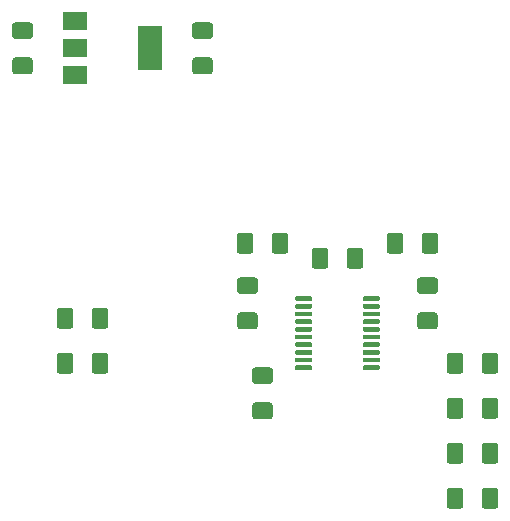
<source format=gbr>
%TF.GenerationSoftware,KiCad,Pcbnew,(5.1.6)-1*%
%TF.CreationDate,2020-11-10T02:08:11+03:00*%
%TF.ProjectId,dac-001s,6461632d-3030-4317-932e-6b696361645f,rev?*%
%TF.SameCoordinates,Original*%
%TF.FileFunction,Paste,Top*%
%TF.FilePolarity,Positive*%
%FSLAX46Y46*%
G04 Gerber Fmt 4.6, Leading zero omitted, Abs format (unit mm)*
G04 Created by KiCad (PCBNEW (5.1.6)-1) date 2020-11-10 02:08:11*
%MOMM*%
%LPD*%
G01*
G04 APERTURE LIST*
%ADD10R,2.000000X1.500000*%
%ADD11R,2.000000X3.800000*%
G04 APERTURE END LIST*
%TO.C,R6*%
G36*
G01*
X137655000Y-76845000D02*
X137655000Y-78095000D01*
G75*
G02*
X137405000Y-78345000I-250000J0D01*
G01*
X136480000Y-78345000D01*
G75*
G02*
X136230000Y-78095000I0J250000D01*
G01*
X136230000Y-76845000D01*
G75*
G02*
X136480000Y-76595000I250000J0D01*
G01*
X137405000Y-76595000D01*
G75*
G02*
X137655000Y-76845000I0J-250000D01*
G01*
G37*
G36*
G01*
X140630000Y-76845000D02*
X140630000Y-78095000D01*
G75*
G02*
X140380000Y-78345000I-250000J0D01*
G01*
X139455000Y-78345000D01*
G75*
G02*
X139205000Y-78095000I0J250000D01*
G01*
X139205000Y-76845000D01*
G75*
G02*
X139455000Y-76595000I250000J0D01*
G01*
X140380000Y-76595000D01*
G75*
G02*
X140630000Y-76845000I0J-250000D01*
G01*
G37*
%TD*%
%TO.C,R4*%
G36*
G01*
X137655000Y-73035000D02*
X137655000Y-74285000D01*
G75*
G02*
X137405000Y-74535000I-250000J0D01*
G01*
X136480000Y-74535000D01*
G75*
G02*
X136230000Y-74285000I0J250000D01*
G01*
X136230000Y-73035000D01*
G75*
G02*
X136480000Y-72785000I250000J0D01*
G01*
X137405000Y-72785000D01*
G75*
G02*
X137655000Y-73035000I0J-250000D01*
G01*
G37*
G36*
G01*
X140630000Y-73035000D02*
X140630000Y-74285000D01*
G75*
G02*
X140380000Y-74535000I-250000J0D01*
G01*
X139455000Y-74535000D01*
G75*
G02*
X139205000Y-74285000I0J250000D01*
G01*
X139205000Y-73035000D01*
G75*
G02*
X139455000Y-72785000I250000J0D01*
G01*
X140380000Y-72785000D01*
G75*
G02*
X140630000Y-73035000I0J-250000D01*
G01*
G37*
%TD*%
%TO.C,R3*%
G36*
G01*
X137655000Y-69225000D02*
X137655000Y-70475000D01*
G75*
G02*
X137405000Y-70725000I-250000J0D01*
G01*
X136480000Y-70725000D01*
G75*
G02*
X136230000Y-70475000I0J250000D01*
G01*
X136230000Y-69225000D01*
G75*
G02*
X136480000Y-68975000I250000J0D01*
G01*
X137405000Y-68975000D01*
G75*
G02*
X137655000Y-69225000I0J-250000D01*
G01*
G37*
G36*
G01*
X140630000Y-69225000D02*
X140630000Y-70475000D01*
G75*
G02*
X140380000Y-70725000I-250000J0D01*
G01*
X139455000Y-70725000D01*
G75*
G02*
X139205000Y-70475000I0J250000D01*
G01*
X139205000Y-69225000D01*
G75*
G02*
X139455000Y-68975000I250000J0D01*
G01*
X140380000Y-68975000D01*
G75*
G02*
X140630000Y-69225000I0J-250000D01*
G01*
G37*
%TD*%
%TO.C,R1*%
G36*
G01*
X137655000Y-65415000D02*
X137655000Y-66665000D01*
G75*
G02*
X137405000Y-66915000I-250000J0D01*
G01*
X136480000Y-66915000D01*
G75*
G02*
X136230000Y-66665000I0J250000D01*
G01*
X136230000Y-65415000D01*
G75*
G02*
X136480000Y-65165000I250000J0D01*
G01*
X137405000Y-65165000D01*
G75*
G02*
X137655000Y-65415000I0J-250000D01*
G01*
G37*
G36*
G01*
X140630000Y-65415000D02*
X140630000Y-66665000D01*
G75*
G02*
X140380000Y-66915000I-250000J0D01*
G01*
X139455000Y-66915000D01*
G75*
G02*
X139205000Y-66665000I0J250000D01*
G01*
X139205000Y-65415000D01*
G75*
G02*
X139455000Y-65165000I250000J0D01*
G01*
X140380000Y-65165000D01*
G75*
G02*
X140630000Y-65415000I0J-250000D01*
G01*
G37*
%TD*%
%TO.C,C4*%
G36*
G01*
X116195000Y-38595000D02*
X114945000Y-38595000D01*
G75*
G02*
X114695000Y-38345000I0J250000D01*
G01*
X114695000Y-37420000D01*
G75*
G02*
X114945000Y-37170000I250000J0D01*
G01*
X116195000Y-37170000D01*
G75*
G02*
X116445000Y-37420000I0J-250000D01*
G01*
X116445000Y-38345000D01*
G75*
G02*
X116195000Y-38595000I-250000J0D01*
G01*
G37*
G36*
G01*
X116195000Y-41570000D02*
X114945000Y-41570000D01*
G75*
G02*
X114695000Y-41320000I0J250000D01*
G01*
X114695000Y-40395000D01*
G75*
G02*
X114945000Y-40145000I250000J0D01*
G01*
X116195000Y-40145000D01*
G75*
G02*
X116445000Y-40395000I0J-250000D01*
G01*
X116445000Y-41320000D01*
G75*
G02*
X116195000Y-41570000I-250000J0D01*
G01*
G37*
%TD*%
%TO.C,C3*%
G36*
G01*
X100955000Y-38595000D02*
X99705000Y-38595000D01*
G75*
G02*
X99455000Y-38345000I0J250000D01*
G01*
X99455000Y-37420000D01*
G75*
G02*
X99705000Y-37170000I250000J0D01*
G01*
X100955000Y-37170000D01*
G75*
G02*
X101205000Y-37420000I0J-250000D01*
G01*
X101205000Y-38345000D01*
G75*
G02*
X100955000Y-38595000I-250000J0D01*
G01*
G37*
G36*
G01*
X100955000Y-41570000D02*
X99705000Y-41570000D01*
G75*
G02*
X99455000Y-41320000I0J250000D01*
G01*
X99455000Y-40395000D01*
G75*
G02*
X99705000Y-40145000I250000J0D01*
G01*
X100955000Y-40145000D01*
G75*
G02*
X101205000Y-40395000I0J-250000D01*
G01*
X101205000Y-41320000D01*
G75*
G02*
X100955000Y-41570000I-250000J0D01*
G01*
G37*
%TD*%
D10*
%TO.C,U1*%
X104800000Y-37070000D03*
X104800000Y-41670000D03*
X104800000Y-39370000D03*
D11*
X111100000Y-39370000D03*
%TD*%
%TO.C,R5*%
G36*
G01*
X104635000Y-65415000D02*
X104635000Y-66665000D01*
G75*
G02*
X104385000Y-66915000I-250000J0D01*
G01*
X103460000Y-66915000D01*
G75*
G02*
X103210000Y-66665000I0J250000D01*
G01*
X103210000Y-65415000D01*
G75*
G02*
X103460000Y-65165000I250000J0D01*
G01*
X104385000Y-65165000D01*
G75*
G02*
X104635000Y-65415000I0J-250000D01*
G01*
G37*
G36*
G01*
X107610000Y-65415000D02*
X107610000Y-66665000D01*
G75*
G02*
X107360000Y-66915000I-250000J0D01*
G01*
X106435000Y-66915000D01*
G75*
G02*
X106185000Y-66665000I0J250000D01*
G01*
X106185000Y-65415000D01*
G75*
G02*
X106435000Y-65165000I250000J0D01*
G01*
X107360000Y-65165000D01*
G75*
G02*
X107610000Y-65415000I0J-250000D01*
G01*
G37*
%TD*%
%TO.C,R2*%
G36*
G01*
X107610000Y-61605000D02*
X107610000Y-62855000D01*
G75*
G02*
X107360000Y-63105000I-250000J0D01*
G01*
X106435000Y-63105000D01*
G75*
G02*
X106185000Y-62855000I0J250000D01*
G01*
X106185000Y-61605000D01*
G75*
G02*
X106435000Y-61355000I250000J0D01*
G01*
X107360000Y-61355000D01*
G75*
G02*
X107610000Y-61605000I0J-250000D01*
G01*
G37*
G36*
G01*
X104635000Y-61605000D02*
X104635000Y-62855000D01*
G75*
G02*
X104385000Y-63105000I-250000J0D01*
G01*
X103460000Y-63105000D01*
G75*
G02*
X103210000Y-62855000I0J250000D01*
G01*
X103210000Y-61605000D01*
G75*
G02*
X103460000Y-61355000I250000J0D01*
G01*
X104385000Y-61355000D01*
G75*
G02*
X104635000Y-61605000I0J-250000D01*
G01*
G37*
%TD*%
%TO.C,C13*%
G36*
G01*
X135245000Y-60185000D02*
X133995000Y-60185000D01*
G75*
G02*
X133745000Y-59935000I0J250000D01*
G01*
X133745000Y-59010000D01*
G75*
G02*
X133995000Y-58760000I250000J0D01*
G01*
X135245000Y-58760000D01*
G75*
G02*
X135495000Y-59010000I0J-250000D01*
G01*
X135495000Y-59935000D01*
G75*
G02*
X135245000Y-60185000I-250000J0D01*
G01*
G37*
G36*
G01*
X135245000Y-63160000D02*
X133995000Y-63160000D01*
G75*
G02*
X133745000Y-62910000I0J250000D01*
G01*
X133745000Y-61985000D01*
G75*
G02*
X133995000Y-61735000I250000J0D01*
G01*
X135245000Y-61735000D01*
G75*
G02*
X135495000Y-61985000I0J-250000D01*
G01*
X135495000Y-62910000D01*
G75*
G02*
X135245000Y-63160000I-250000J0D01*
G01*
G37*
%TD*%
%TO.C,C12*%
G36*
G01*
X120005000Y-60185000D02*
X118755000Y-60185000D01*
G75*
G02*
X118505000Y-59935000I0J250000D01*
G01*
X118505000Y-59010000D01*
G75*
G02*
X118755000Y-58760000I250000J0D01*
G01*
X120005000Y-58760000D01*
G75*
G02*
X120255000Y-59010000I0J-250000D01*
G01*
X120255000Y-59935000D01*
G75*
G02*
X120005000Y-60185000I-250000J0D01*
G01*
G37*
G36*
G01*
X120005000Y-63160000D02*
X118755000Y-63160000D01*
G75*
G02*
X118505000Y-62910000I0J250000D01*
G01*
X118505000Y-61985000D01*
G75*
G02*
X118755000Y-61735000I250000J0D01*
G01*
X120005000Y-61735000D01*
G75*
G02*
X120255000Y-61985000I0J-250000D01*
G01*
X120255000Y-62910000D01*
G75*
G02*
X120005000Y-63160000I-250000J0D01*
G01*
G37*
%TD*%
%TO.C,C7*%
G36*
G01*
X120025000Y-69355000D02*
X121275000Y-69355000D01*
G75*
G02*
X121525000Y-69605000I0J-250000D01*
G01*
X121525000Y-70530000D01*
G75*
G02*
X121275000Y-70780000I-250000J0D01*
G01*
X120025000Y-70780000D01*
G75*
G02*
X119775000Y-70530000I0J250000D01*
G01*
X119775000Y-69605000D01*
G75*
G02*
X120025000Y-69355000I250000J0D01*
G01*
G37*
G36*
G01*
X120025000Y-66380000D02*
X121275000Y-66380000D01*
G75*
G02*
X121525000Y-66630000I0J-250000D01*
G01*
X121525000Y-67555000D01*
G75*
G02*
X121275000Y-67805000I-250000J0D01*
G01*
X120025000Y-67805000D01*
G75*
G02*
X119775000Y-67555000I0J250000D01*
G01*
X119775000Y-66630000D01*
G75*
G02*
X120025000Y-66380000I250000J0D01*
G01*
G37*
%TD*%
%TO.C,C2*%
G36*
G01*
X134125000Y-56505000D02*
X134125000Y-55255000D01*
G75*
G02*
X134375000Y-55005000I250000J0D01*
G01*
X135300000Y-55005000D01*
G75*
G02*
X135550000Y-55255000I0J-250000D01*
G01*
X135550000Y-56505000D01*
G75*
G02*
X135300000Y-56755000I-250000J0D01*
G01*
X134375000Y-56755000D01*
G75*
G02*
X134125000Y-56505000I0J250000D01*
G01*
G37*
G36*
G01*
X131150000Y-56505000D02*
X131150000Y-55255000D01*
G75*
G02*
X131400000Y-55005000I250000J0D01*
G01*
X132325000Y-55005000D01*
G75*
G02*
X132575000Y-55255000I0J-250000D01*
G01*
X132575000Y-56505000D01*
G75*
G02*
X132325000Y-56755000I-250000J0D01*
G01*
X131400000Y-56755000D01*
G75*
G02*
X131150000Y-56505000I0J250000D01*
G01*
G37*
%TD*%
%TO.C,C6*%
G36*
G01*
X119875000Y-55255000D02*
X119875000Y-56505000D01*
G75*
G02*
X119625000Y-56755000I-250000J0D01*
G01*
X118700000Y-56755000D01*
G75*
G02*
X118450000Y-56505000I0J250000D01*
G01*
X118450000Y-55255000D01*
G75*
G02*
X118700000Y-55005000I250000J0D01*
G01*
X119625000Y-55005000D01*
G75*
G02*
X119875000Y-55255000I0J-250000D01*
G01*
G37*
G36*
G01*
X122850000Y-55255000D02*
X122850000Y-56505000D01*
G75*
G02*
X122600000Y-56755000I-250000J0D01*
G01*
X121675000Y-56755000D01*
G75*
G02*
X121425000Y-56505000I0J250000D01*
G01*
X121425000Y-55255000D01*
G75*
G02*
X121675000Y-55005000I250000J0D01*
G01*
X122600000Y-55005000D01*
G75*
G02*
X122850000Y-55255000I0J-250000D01*
G01*
G37*
%TD*%
%TO.C,C10*%
G36*
G01*
X127775000Y-57775000D02*
X127775000Y-56525000D01*
G75*
G02*
X128025000Y-56275000I250000J0D01*
G01*
X128950000Y-56275000D01*
G75*
G02*
X129200000Y-56525000I0J-250000D01*
G01*
X129200000Y-57775000D01*
G75*
G02*
X128950000Y-58025000I-250000J0D01*
G01*
X128025000Y-58025000D01*
G75*
G02*
X127775000Y-57775000I0J250000D01*
G01*
G37*
G36*
G01*
X124800000Y-57775000D02*
X124800000Y-56525000D01*
G75*
G02*
X125050000Y-56275000I250000J0D01*
G01*
X125975000Y-56275000D01*
G75*
G02*
X126225000Y-56525000I0J-250000D01*
G01*
X126225000Y-57775000D01*
G75*
G02*
X125975000Y-58025000I-250000J0D01*
G01*
X125050000Y-58025000D01*
G75*
G02*
X124800000Y-57775000I0J250000D01*
G01*
G37*
%TD*%
%TO.C,U2*%
G36*
G01*
X129125000Y-60675000D02*
X129125000Y-60475000D01*
G75*
G02*
X129225000Y-60375000I100000J0D01*
G01*
X130500000Y-60375000D01*
G75*
G02*
X130600000Y-60475000I0J-100000D01*
G01*
X130600000Y-60675000D01*
G75*
G02*
X130500000Y-60775000I-100000J0D01*
G01*
X129225000Y-60775000D01*
G75*
G02*
X129125000Y-60675000I0J100000D01*
G01*
G37*
G36*
G01*
X129125000Y-61325000D02*
X129125000Y-61125000D01*
G75*
G02*
X129225000Y-61025000I100000J0D01*
G01*
X130500000Y-61025000D01*
G75*
G02*
X130600000Y-61125000I0J-100000D01*
G01*
X130600000Y-61325000D01*
G75*
G02*
X130500000Y-61425000I-100000J0D01*
G01*
X129225000Y-61425000D01*
G75*
G02*
X129125000Y-61325000I0J100000D01*
G01*
G37*
G36*
G01*
X129125000Y-61975000D02*
X129125000Y-61775000D01*
G75*
G02*
X129225000Y-61675000I100000J0D01*
G01*
X130500000Y-61675000D01*
G75*
G02*
X130600000Y-61775000I0J-100000D01*
G01*
X130600000Y-61975000D01*
G75*
G02*
X130500000Y-62075000I-100000J0D01*
G01*
X129225000Y-62075000D01*
G75*
G02*
X129125000Y-61975000I0J100000D01*
G01*
G37*
G36*
G01*
X129125000Y-62625000D02*
X129125000Y-62425000D01*
G75*
G02*
X129225000Y-62325000I100000J0D01*
G01*
X130500000Y-62325000D01*
G75*
G02*
X130600000Y-62425000I0J-100000D01*
G01*
X130600000Y-62625000D01*
G75*
G02*
X130500000Y-62725000I-100000J0D01*
G01*
X129225000Y-62725000D01*
G75*
G02*
X129125000Y-62625000I0J100000D01*
G01*
G37*
G36*
G01*
X129125000Y-63275000D02*
X129125000Y-63075000D01*
G75*
G02*
X129225000Y-62975000I100000J0D01*
G01*
X130500000Y-62975000D01*
G75*
G02*
X130600000Y-63075000I0J-100000D01*
G01*
X130600000Y-63275000D01*
G75*
G02*
X130500000Y-63375000I-100000J0D01*
G01*
X129225000Y-63375000D01*
G75*
G02*
X129125000Y-63275000I0J100000D01*
G01*
G37*
G36*
G01*
X129125000Y-63925000D02*
X129125000Y-63725000D01*
G75*
G02*
X129225000Y-63625000I100000J0D01*
G01*
X130500000Y-63625000D01*
G75*
G02*
X130600000Y-63725000I0J-100000D01*
G01*
X130600000Y-63925000D01*
G75*
G02*
X130500000Y-64025000I-100000J0D01*
G01*
X129225000Y-64025000D01*
G75*
G02*
X129125000Y-63925000I0J100000D01*
G01*
G37*
G36*
G01*
X129125000Y-64575000D02*
X129125000Y-64375000D01*
G75*
G02*
X129225000Y-64275000I100000J0D01*
G01*
X130500000Y-64275000D01*
G75*
G02*
X130600000Y-64375000I0J-100000D01*
G01*
X130600000Y-64575000D01*
G75*
G02*
X130500000Y-64675000I-100000J0D01*
G01*
X129225000Y-64675000D01*
G75*
G02*
X129125000Y-64575000I0J100000D01*
G01*
G37*
G36*
G01*
X129125000Y-65225000D02*
X129125000Y-65025000D01*
G75*
G02*
X129225000Y-64925000I100000J0D01*
G01*
X130500000Y-64925000D01*
G75*
G02*
X130600000Y-65025000I0J-100000D01*
G01*
X130600000Y-65225000D01*
G75*
G02*
X130500000Y-65325000I-100000J0D01*
G01*
X129225000Y-65325000D01*
G75*
G02*
X129125000Y-65225000I0J100000D01*
G01*
G37*
G36*
G01*
X129125000Y-65875000D02*
X129125000Y-65675000D01*
G75*
G02*
X129225000Y-65575000I100000J0D01*
G01*
X130500000Y-65575000D01*
G75*
G02*
X130600000Y-65675000I0J-100000D01*
G01*
X130600000Y-65875000D01*
G75*
G02*
X130500000Y-65975000I-100000J0D01*
G01*
X129225000Y-65975000D01*
G75*
G02*
X129125000Y-65875000I0J100000D01*
G01*
G37*
G36*
G01*
X129125000Y-66525000D02*
X129125000Y-66325000D01*
G75*
G02*
X129225000Y-66225000I100000J0D01*
G01*
X130500000Y-66225000D01*
G75*
G02*
X130600000Y-66325000I0J-100000D01*
G01*
X130600000Y-66525000D01*
G75*
G02*
X130500000Y-66625000I-100000J0D01*
G01*
X129225000Y-66625000D01*
G75*
G02*
X129125000Y-66525000I0J100000D01*
G01*
G37*
G36*
G01*
X123400000Y-66525000D02*
X123400000Y-66325000D01*
G75*
G02*
X123500000Y-66225000I100000J0D01*
G01*
X124775000Y-66225000D01*
G75*
G02*
X124875000Y-66325000I0J-100000D01*
G01*
X124875000Y-66525000D01*
G75*
G02*
X124775000Y-66625000I-100000J0D01*
G01*
X123500000Y-66625000D01*
G75*
G02*
X123400000Y-66525000I0J100000D01*
G01*
G37*
G36*
G01*
X123400000Y-65875000D02*
X123400000Y-65675000D01*
G75*
G02*
X123500000Y-65575000I100000J0D01*
G01*
X124775000Y-65575000D01*
G75*
G02*
X124875000Y-65675000I0J-100000D01*
G01*
X124875000Y-65875000D01*
G75*
G02*
X124775000Y-65975000I-100000J0D01*
G01*
X123500000Y-65975000D01*
G75*
G02*
X123400000Y-65875000I0J100000D01*
G01*
G37*
G36*
G01*
X123400000Y-65225000D02*
X123400000Y-65025000D01*
G75*
G02*
X123500000Y-64925000I100000J0D01*
G01*
X124775000Y-64925000D01*
G75*
G02*
X124875000Y-65025000I0J-100000D01*
G01*
X124875000Y-65225000D01*
G75*
G02*
X124775000Y-65325000I-100000J0D01*
G01*
X123500000Y-65325000D01*
G75*
G02*
X123400000Y-65225000I0J100000D01*
G01*
G37*
G36*
G01*
X123400000Y-64575000D02*
X123400000Y-64375000D01*
G75*
G02*
X123500000Y-64275000I100000J0D01*
G01*
X124775000Y-64275000D01*
G75*
G02*
X124875000Y-64375000I0J-100000D01*
G01*
X124875000Y-64575000D01*
G75*
G02*
X124775000Y-64675000I-100000J0D01*
G01*
X123500000Y-64675000D01*
G75*
G02*
X123400000Y-64575000I0J100000D01*
G01*
G37*
G36*
G01*
X123400000Y-63925000D02*
X123400000Y-63725000D01*
G75*
G02*
X123500000Y-63625000I100000J0D01*
G01*
X124775000Y-63625000D01*
G75*
G02*
X124875000Y-63725000I0J-100000D01*
G01*
X124875000Y-63925000D01*
G75*
G02*
X124775000Y-64025000I-100000J0D01*
G01*
X123500000Y-64025000D01*
G75*
G02*
X123400000Y-63925000I0J100000D01*
G01*
G37*
G36*
G01*
X123400000Y-63275000D02*
X123400000Y-63075000D01*
G75*
G02*
X123500000Y-62975000I100000J0D01*
G01*
X124775000Y-62975000D01*
G75*
G02*
X124875000Y-63075000I0J-100000D01*
G01*
X124875000Y-63275000D01*
G75*
G02*
X124775000Y-63375000I-100000J0D01*
G01*
X123500000Y-63375000D01*
G75*
G02*
X123400000Y-63275000I0J100000D01*
G01*
G37*
G36*
G01*
X123400000Y-62625000D02*
X123400000Y-62425000D01*
G75*
G02*
X123500000Y-62325000I100000J0D01*
G01*
X124775000Y-62325000D01*
G75*
G02*
X124875000Y-62425000I0J-100000D01*
G01*
X124875000Y-62625000D01*
G75*
G02*
X124775000Y-62725000I-100000J0D01*
G01*
X123500000Y-62725000D01*
G75*
G02*
X123400000Y-62625000I0J100000D01*
G01*
G37*
G36*
G01*
X123400000Y-61975000D02*
X123400000Y-61775000D01*
G75*
G02*
X123500000Y-61675000I100000J0D01*
G01*
X124775000Y-61675000D01*
G75*
G02*
X124875000Y-61775000I0J-100000D01*
G01*
X124875000Y-61975000D01*
G75*
G02*
X124775000Y-62075000I-100000J0D01*
G01*
X123500000Y-62075000D01*
G75*
G02*
X123400000Y-61975000I0J100000D01*
G01*
G37*
G36*
G01*
X123400000Y-61325000D02*
X123400000Y-61125000D01*
G75*
G02*
X123500000Y-61025000I100000J0D01*
G01*
X124775000Y-61025000D01*
G75*
G02*
X124875000Y-61125000I0J-100000D01*
G01*
X124875000Y-61325000D01*
G75*
G02*
X124775000Y-61425000I-100000J0D01*
G01*
X123500000Y-61425000D01*
G75*
G02*
X123400000Y-61325000I0J100000D01*
G01*
G37*
G36*
G01*
X123400000Y-60675000D02*
X123400000Y-60475000D01*
G75*
G02*
X123500000Y-60375000I100000J0D01*
G01*
X124775000Y-60375000D01*
G75*
G02*
X124875000Y-60475000I0J-100000D01*
G01*
X124875000Y-60675000D01*
G75*
G02*
X124775000Y-60775000I-100000J0D01*
G01*
X123500000Y-60775000D01*
G75*
G02*
X123400000Y-60675000I0J100000D01*
G01*
G37*
%TD*%
M02*

</source>
